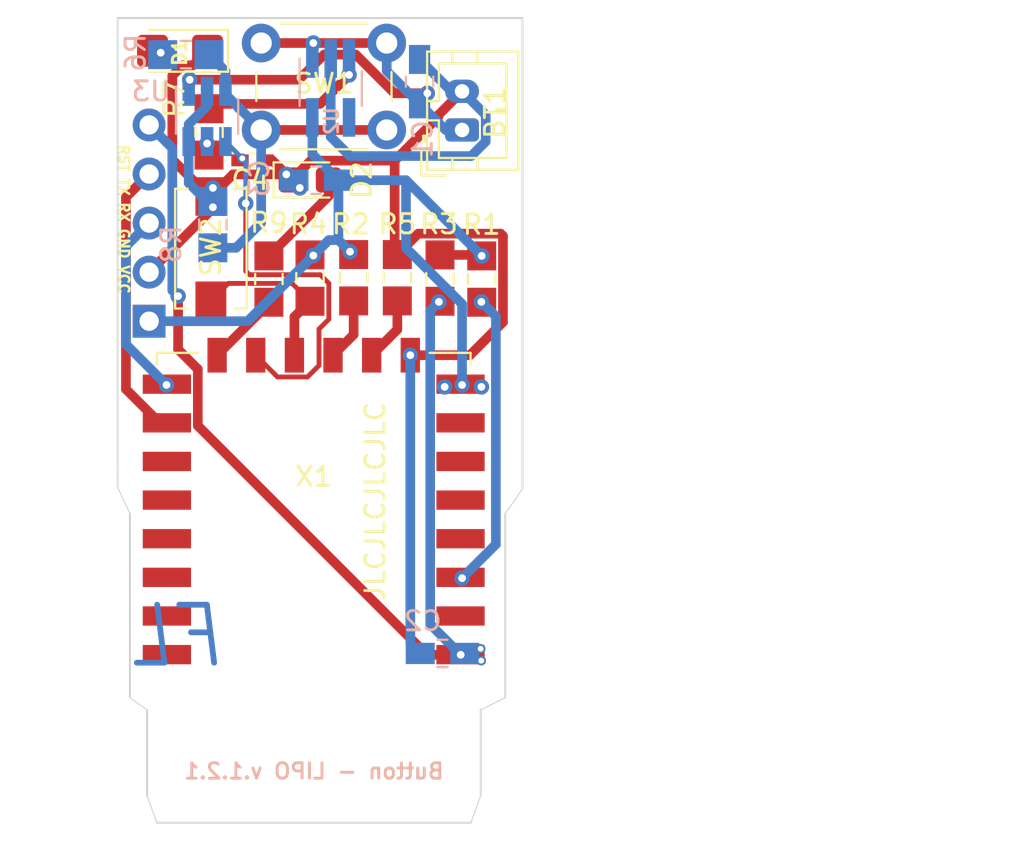
<source format=kicad_pcb>
(kicad_pcb (version 20171130) (host pcbnew "(5.1.9)-1")

  (general
    (thickness 1.6)
    (drawings 22)
    (tracks 166)
    (zones 0)
    (modules 22)
    (nets 18)
  )

  (page A4)
  (layers
    (0 F.Cu signal)
    (31 B.Cu signal)
    (32 B.Adhes user)
    (33 F.Adhes user)
    (34 B.Paste user)
    (35 F.Paste user)
    (36 B.SilkS user)
    (37 F.SilkS user)
    (38 B.Mask user)
    (39 F.Mask user)
    (40 Dwgs.User user)
    (41 Cmts.User user)
    (42 Eco1.User user)
    (43 Eco2.User user)
    (44 Edge.Cuts user)
    (45 Margin user)
    (46 B.CrtYd user hide)
    (47 F.CrtYd user)
    (48 B.Fab user hide)
    (49 F.Fab user)
  )

  (setup
    (last_trace_width 0.25)
    (user_trace_width 0.5)
    (trace_clearance 0.1)
    (zone_clearance 0.508)
    (zone_45_only no)
    (trace_min 0.2)
    (via_size 0.8)
    (via_drill 0.4)
    (via_min_size 0.4)
    (via_min_drill 0.3)
    (user_via 0.5 0.3)
    (uvia_size 0.3)
    (uvia_drill 0.1)
    (uvias_allowed no)
    (uvia_min_size 0.2)
    (uvia_min_drill 0.1)
    (edge_width 0.05)
    (segment_width 0.2)
    (pcb_text_width 0.3)
    (pcb_text_size 1.5 1.5)
    (mod_edge_width 0.12)
    (mod_text_size 1 1)
    (mod_text_width 0.15)
    (pad_size 1.524 1.524)
    (pad_drill 0.762)
    (pad_to_mask_clearance 0.051)
    (solder_mask_min_width 0.25)
    (aux_axis_origin 0 0)
    (visible_elements 7FFFFFFF)
    (pcbplotparams
      (layerselection 0x010fc_ffffffff)
      (usegerberextensions false)
      (usegerberattributes false)
      (usegerberadvancedattributes true)
      (creategerberjobfile false)
      (excludeedgelayer true)
      (linewidth 0.150000)
      (plotframeref false)
      (viasonmask false)
      (mode 1)
      (useauxorigin true)
      (hpglpennumber 1)
      (hpglpenspeed 20)
      (hpglpendiameter 15.000000)
      (psnegative false)
      (psa4output false)
      (plotreference true)
      (plotvalue true)
      (plotinvisibletext false)
      (padsonsilk false)
      (subtractmaskfromsilk false)
      (outputformat 1)
      (mirror false)
      (drillshape 0)
      (scaleselection 1)
      (outputdirectory "Gerber/"))
  )

  (net 0 "")
  (net 1 /VCC)
  (net 2 /GND)
  (net 3 /RST)
  (net 4 /RX)
  (net 5 /TX)
  (net 6 /EN)
  (net 7 /GPIO2)
  (net 8 /GPIO0)
  (net 9 "Net-(BT1-Pad1)")
  (net 10 /GPIO15)
  (net 11 "Net-(R7-Pad2)")
  (net 12 /GPIO4)
  (net 13 "Net-(D2-Pad2)")
  (net 14 /GPIO5)
  (net 15 "Net-(D1-Pad2)")
  (net 16 "Net-(R6-Pad2)")
  (net 17 "Net-(R7-Pad1)")

  (net_class Default "This is the default net class."
    (clearance 0.1)
    (trace_width 0.25)
    (via_dia 0.8)
    (via_drill 0.4)
    (uvia_dia 0.3)
    (uvia_drill 0.1)
    (add_net /EN)
    (add_net /GND)
    (add_net /GPIO0)
    (add_net /GPIO15)
    (add_net /GPIO2)
    (add_net /GPIO4)
    (add_net /GPIO5)
    (add_net /RST)
    (add_net /RX)
    (add_net /TX)
    (add_net /VCC)
    (add_net "Net-(BT1-Pad1)")
    (add_net "Net-(D1-Pad2)")
    (add_net "Net-(D2-Pad2)")
    (add_net "Net-(R6-Pad2)")
    (add_net "Net-(R7-Pad1)")
    (add_net "Net-(R7-Pad2)")
  )

  (module Capacitor_SMD:C_0402_1005Metric_Pad0.74x0.62mm_HandSolder (layer F.Cu) (tedit 60342830) (tstamp 6034871F)
    (at 122.555 68.072)
    (descr "Capacitor SMD 0402 (1005 Metric), square (rectangular) end terminal, IPC_7351 nominal with elongated pad for handsoldering. (Body size source: IPC-SM-782 page 76, https://www.pcb-3d.com/wordpress/wp-content/uploads/ipc-sm-782a_amendment_1_and_2.pdf), generated with kicad-footprint-generator")
    (tags "capacitor handsolder")
    (path /6039298F)
    (attr smd)
    (fp_text reference C4 (at -0.127 1.016) (layer F.SilkS)
      (effects (font (size 1 1) (thickness 0.15)))
    )
    (fp_text value 10nf-100nf (at 0 1.16) (layer F.Fab)
      (effects (font (size 1 1) (thickness 0.15)))
    )
    (fp_line (start 1.08 0.46) (end -1.08 0.46) (layer F.CrtYd) (width 0.05))
    (fp_line (start 1.08 -0.46) (end 1.08 0.46) (layer F.CrtYd) (width 0.05))
    (fp_line (start -1.08 -0.46) (end 1.08 -0.46) (layer F.CrtYd) (width 0.05))
    (fp_line (start -1.08 0.46) (end -1.08 -0.46) (layer F.CrtYd) (width 0.05))
    (fp_line (start -0.115835 0.36) (end 0.115835 0.36) (layer F.SilkS) (width 0.12))
    (fp_line (start -0.115835 -0.36) (end 0.115835 -0.36) (layer F.SilkS) (width 0.12))
    (fp_line (start 0.5 0.25) (end -0.5 0.25) (layer F.Fab) (width 0.1))
    (fp_line (start 0.5 -0.25) (end 0.5 0.25) (layer F.Fab) (width 0.1))
    (fp_line (start -0.5 -0.25) (end 0.5 -0.25) (layer F.Fab) (width 0.1))
    (fp_line (start -0.5 0.25) (end -0.5 -0.25) (layer F.Fab) (width 0.1))
    (fp_text user %R (at 0 0) (layer F.Fab)
      (effects (font (size 0.25 0.25) (thickness 0.04)))
    )
    (pad 2 smd rect (at 0.65 0) (size 0.9 0.62) (layers F.Cu F.Paste F.Mask)
      (net 2 /GND))
    (pad 1 smd rect (at -0.65 0) (size 0.9 0.62) (layers F.Cu F.Paste F.Mask)
      (net 12 /GPIO4))
    (model ${KISYS3DMOD}/Capacitor_SMD.3dshapes/C_0402_1005Metric.wrl
      (at (xyz 0 0 0))
      (scale (xyz 1 1 1))
      (rotate (xyz 0 0 0))
    )
  )

  (module RF_Module:ESP-12E (layer F.Cu) (tedit 60342238) (tstamp 603269A6)
    (at 125.72 90.16 180)
    (descr "Wi-Fi Module, http://wiki.ai-thinker.com/_media/esp8266/docs/aithinker_esp_12f_datasheet_en.pdf")
    (tags "Wi-Fi Module")
    (path /602C0443)
    (attr smd)
    (fp_text reference X1 (at 0 5.715 180) (layer F.SilkS)
      (effects (font (size 1 1) (thickness 0.15)))
    )
    (fp_text value ESP-12E (at -0.06 -12.78 180) (layer F.Fab)
      (effects (font (size 1 1) (thickness 0.15)))
    )
    (fp_line (start -8 -12) (end 8 -12) (layer F.Fab) (width 0.12))
    (fp_line (start 8 -12) (end 8 12) (layer F.Fab) (width 0.12))
    (fp_line (start 8 12) (end -8 12) (layer F.Fab) (width 0.12))
    (fp_line (start -8 12) (end -8 -3) (layer F.Fab) (width 0.12))
    (fp_line (start -8 -3) (end -7.5 -3.5) (layer F.Fab) (width 0.12))
    (fp_line (start -7.5 -3.5) (end -8 -4) (layer F.Fab) (width 0.12))
    (fp_line (start -8 -4) (end -8 -12) (layer F.Fab) (width 0.12))
    (fp_line (start -9.05 -12.2) (end 9.05 -12.2) (layer F.CrtYd) (width 0.05))
    (fp_line (start 9.05 -12.2) (end 9.05 13.1) (layer F.CrtYd) (width 0.05))
    (fp_line (start 9.05 13.1) (end -9.05 13.1) (layer F.CrtYd) (width 0.05))
    (fp_line (start -9.05 13.1) (end -9.05 -12.2) (layer F.CrtYd) (width 0.05))
    (fp_line (start 8.12 11.5) (end 8.12 12.12) (layer F.SilkS) (width 0.12))
    (fp_line (start 8.12 12.12) (end 6 12.12) (layer F.SilkS) (width 0.12))
    (fp_line (start -6 12.12) (end -8.12 12.12) (layer F.SilkS) (width 0.12))
    (fp_line (start -8.12 12.12) (end -8.12 11.5) (layer F.SilkS) (width 0.12))
    (fp_line (start -8.12 -12.12) (end 8.12 -12.12) (layer Dwgs.User) (width 0.12))
    (fp_line (start 8.12 -12.12) (end 8.12 -4.8) (layer Dwgs.User) (width 0.12))
    (fp_line (start 8.12 -4.8) (end -8.12 -4.8) (layer Dwgs.User) (width 0.12))
    (fp_line (start -8.12 -4.8) (end -8.12 -12.12) (layer Dwgs.User) (width 0.12))
    (fp_line (start -8.12 -9.12) (end -5.12 -12.12) (layer Dwgs.User) (width 0.12))
    (fp_line (start -8.12 -6.12) (end -2.12 -12.12) (layer Dwgs.User) (width 0.12))
    (fp_line (start -6.44 -4.8) (end 0.88 -12.12) (layer Dwgs.User) (width 0.12))
    (fp_line (start -3.44 -4.8) (end 3.88 -12.12) (layer Dwgs.User) (width 0.12))
    (fp_line (start -0.44 -4.8) (end 6.88 -12.12) (layer Dwgs.User) (width 0.12))
    (fp_line (start 2.56 -4.8) (end 8.12 -10.36) (layer Dwgs.User) (width 0.12))
    (fp_line (start 5.56 -4.8) (end 8.12 -7.36) (layer Dwgs.User) (width 0.12))
    (fp_text user %R (at 0.49 -0.8 180) (layer F.Fab)
      (effects (font (size 1 1) (thickness 0.15)))
    )
    (fp_text user "KEEP-OUT ZONE" (at 0.03 -9.55) (layer Cmts.User)
      (effects (font (size 1 1) (thickness 0.15)))
    )
    (fp_text user Antenna (at -0.06 -7) (layer Cmts.User)
      (effects (font (size 1 1) (thickness 0.15)))
    )
    (pad 22 smd rect (at 7.6 -3.5 180) (size 2.5 1) (layers F.Cu F.Paste F.Mask))
    (pad 21 smd rect (at 7.6 -1.5 180) (size 2.5 1) (layers F.Cu F.Paste F.Mask))
    (pad 20 smd rect (at 7.6 0.5 180) (size 2.5 1) (layers F.Cu F.Paste F.Mask))
    (pad 19 smd rect (at 7.6 2.5 180) (size 2.5 1) (layers F.Cu F.Paste F.Mask))
    (pad 18 smd rect (at 7.6 4.5 180) (size 2.5 1) (layers F.Cu F.Paste F.Mask))
    (pad 17 smd rect (at 7.6 6.5 180) (size 2.5 1) (layers F.Cu F.Paste F.Mask))
    (pad 16 smd rect (at 7.6 8.5 180) (size 2.5 1) (layers F.Cu F.Paste F.Mask)
      (net 5 /TX))
    (pad 15 smd rect (at 7.6 10.5 180) (size 2.5 1) (layers F.Cu F.Paste F.Mask)
      (net 4 /RX))
    (pad 14 smd rect (at 5 12 180) (size 1 1.8) (layers F.Cu F.Paste F.Mask)
      (net 14 /GPIO5))
    (pad 13 smd rect (at 3 12 180) (size 1 1.8) (layers F.Cu F.Paste F.Mask)
      (net 12 /GPIO4))
    (pad 12 smd rect (at 1 12 180) (size 1 1.8) (layers F.Cu F.Paste F.Mask)
      (net 8 /GPIO0))
    (pad 11 smd rect (at -1 12 180) (size 1 1.8) (layers F.Cu F.Paste F.Mask)
      (net 7 /GPIO2))
    (pad 10 smd rect (at -3 12 180) (size 1 1.8) (layers F.Cu F.Paste F.Mask)
      (net 10 /GPIO15))
    (pad 9 smd rect (at -5 12 180) (size 1 1.8) (layers F.Cu F.Paste F.Mask)
      (net 2 /GND))
    (pad 8 smd rect (at -7.6 10.5 180) (size 2.5 1) (layers F.Cu F.Paste F.Mask)
      (net 1 /VCC))
    (pad 7 smd rect (at -7.6 8.5 180) (size 2.5 1) (layers F.Cu F.Paste F.Mask))
    (pad 6 smd rect (at -7.6 6.5 180) (size 2.5 1) (layers F.Cu F.Paste F.Mask))
    (pad 5 smd rect (at -7.6 4.5 180) (size 2.5 1) (layers F.Cu F.Paste F.Mask))
    (pad 4 smd rect (at -7.6 2.5 180) (size 2.5 1) (layers F.Cu F.Paste F.Mask))
    (pad 3 smd rect (at -7.6 0.5 180) (size 2.5 1) (layers F.Cu F.Paste F.Mask)
      (net 6 /EN))
    (pad 2 smd rect (at -7.6 -1.5 180) (size 2.5 1) (layers F.Cu F.Paste F.Mask))
    (pad 1 smd rect (at -7.6 -3.5 180) (size 2.5 1) (layers F.Cu F.Paste F.Mask)
      (net 3 /RST))
    (model ${KISYS3DMOD}/RF_Module.3dshapes/ESP-12E.wrl
      (at (xyz 0 0 0))
      (scale (xyz 1 1 1))
      (rotate (xyz 0 0 0))
    )
  )

  (module handsolder:R_0805_2012handsoldermod (layer B.Cu) (tedit 60004565) (tstamp 603268E1)
    (at 120.5 71.4 90)
    (descr "Resistor SMD 0805 (2012 Metric), square (rectangular) end terminal, IPC_7351 nominal with elongated pad for handsoldering. (Body size source: https://docs.google.com/spreadsheets/d/1BsfQQcO9C6DZCsRaXUlFlo91Tg2WpOkGARC1WS5S8t0/edit?usp=sharing), generated with kicad-footprint-generator")
    (tags "resistor handsolder")
    (path /6031EA78)
    (attr smd)
    (fp_text reference R8 (at -1.02 -2.16 90) (layer B.SilkS)
      (effects (font (size 1 1) (thickness 0.15)) (justify mirror))
    )
    (fp_text value 10k (at 0 -1.65 90) (layer B.Fab) hide
      (effects (font (size 1 1) (thickness 0.15)) (justify mirror))
    )
    (fp_line (start -1 -0.6) (end -1 0.6) (layer B.Fab) (width 0.1))
    (fp_line (start -1 0.6) (end 1 0.6) (layer B.Fab) (width 0.1))
    (fp_line (start 1 0.6) (end 1 -0.6) (layer B.Fab) (width 0.1))
    (fp_line (start 1 -0.6) (end -1 -0.6) (layer B.Fab) (width 0.1))
    (fp_line (start -0.261252 0.71) (end 0.261252 0.71) (layer B.SilkS) (width 0.12))
    (fp_line (start -0.261252 -0.71) (end 0.261252 -0.71) (layer B.SilkS) (width 0.12))
    (fp_line (start -2.05 -0.95) (end -2.05 0.95) (layer B.CrtYd) (width 0.05))
    (fp_line (start -2.05 0.95) (end 2.05 0.95) (layer B.CrtYd) (width 0.05))
    (fp_line (start 2.05 0.95) (end 2.05 -0.95) (layer B.CrtYd) (width 0.05))
    (fp_line (start 2.05 -0.95) (end -2.05 -0.95) (layer B.CrtYd) (width 0.05))
    (fp_text user %R (at 0 0 90) (layer B.Fab)
      (effects (font (size 0.5 0.5) (thickness 0.08)) (justify mirror))
    )
    (pad 2 smd rect (at 1.2 0 90) (size 1.5 1.5) (layers B.Cu B.Paste B.Mask)
      (net 2 /GND))
    (pad 1 smd rect (at -1.2 0 90) (size 1.5 1.5) (layers B.Cu B.Paste B.Mask)
      (net 16 "Net-(R6-Pad2)"))
    (model ${KISYS3DMOD}/Resistor_SMD.3dshapes/R_0805_2012Metric.wrl
      (at (xyz 0 0 0))
      (scale (xyz 1 1 1))
      (rotate (xyz 0 0 0))
    )
  )

  (module Connector_PinHeader_2.54mm:PinHeader_1x05_P2.54mm_Vertical (layer F.Cu) (tedit 6033FCFB) (tstamp 60326824)
    (at 117.2 76.4 180)
    (descr "Through hole straight pin header, 1x05, 2.54mm pitch, single row")
    (tags "Through hole pin header THT 1x05 2.54mm single row")
    (path /60301345)
    (fp_text reference J1 (at -2.6162 -0.9652 180) (layer F.SilkS) hide
      (effects (font (size 1 1) (thickness 0.15)))
    )
    (fp_text value Conn_01x05_Female (at 0 12.49 180) (layer F.Fab)
      (effects (font (size 1 1) (thickness 0.15)))
    )
    (fp_line (start -0.635 -1.27) (end 1.27 -1.27) (layer F.Fab) (width 0.1))
    (fp_line (start 1.27 -1.27) (end 1.27 11.43) (layer F.Fab) (width 0.1))
    (fp_line (start 1.27 11.43) (end -1.27 11.43) (layer F.Fab) (width 0.1))
    (fp_line (start -1.27 11.43) (end -1.27 -0.635) (layer F.Fab) (width 0.1))
    (fp_line (start -1.27 -0.635) (end -0.635 -1.27) (layer F.Fab) (width 0.1))
    (fp_line (start -1.8 -1.8) (end -1.8 11.95) (layer F.CrtYd) (width 0.05))
    (fp_line (start -1.8 11.95) (end 1.8 11.95) (layer F.CrtYd) (width 0.05))
    (fp_line (start 1.8 11.95) (end 1.8 -1.8) (layer F.CrtYd) (width 0.05))
    (fp_line (start 1.8 -1.8) (end -1.8 -1.8) (layer F.CrtYd) (width 0.05))
    (fp_text user %R (at 0 5.08 270) (layer F.Fab)
      (effects (font (size 1 1) (thickness 0.15)))
    )
    (pad 5 thru_hole oval (at 0 10.16 180) (size 1.7 1.7) (drill 1) (layers *.Cu *.Mask)
      (net 3 /RST))
    (pad 4 thru_hole oval (at 0 7.62 180) (size 1.7 1.7) (drill 1) (layers *.Cu *.Mask)
      (net 5 /TX))
    (pad 3 thru_hole oval (at 0 5.08 180) (size 1.7 1.7) (drill 1) (layers *.Cu *.Mask)
      (net 4 /RX))
    (pad 2 thru_hole oval (at 0 2.54 180) (size 1.7 1.7) (drill 1) (layers *.Cu *.Mask)
      (net 2 /GND))
    (pad 1 thru_hole rect (at 0 0 180) (size 1.7 1.7) (drill 1) (layers *.Cu *.Mask)
      (net 1 /VCC))
    (model ${KISYS3DMOD}/Connector_PinHeader_2.54mm.3dshapes/PinHeader_1x05_P2.54mm_Vertical.wrl
      (at (xyz 0 0 0))
      (scale (xyz 1 1 1))
      (rotate (xyz 0 0 0))
    )
  )

  (module Connector_JST:JST_PH_B2B-PH-K_1x02_P2.00mm_Vertical (layer F.Cu) (tedit 5B7745C2) (tstamp 60326788)
    (at 133.4 66.5 90)
    (descr "JST PH series connector, B2B-PH-K (http://www.jst-mfg.com/product/pdf/eng/ePH.pdf), generated with kicad-footprint-generator")
    (tags "connector JST PH side entry")
    (path /602C3B33)
    (fp_text reference BT1 (at 0.9 1.7 -90) (layer F.SilkS)
      (effects (font (size 1 1) (thickness 0.15)))
    )
    (fp_text value Battery_Cell (at 1 4 -90) (layer F.Fab)
      (effects (font (size 1 1) (thickness 0.15)))
    )
    (fp_line (start -2.06 -1.81) (end -2.06 2.91) (layer F.SilkS) (width 0.12))
    (fp_line (start -2.06 2.91) (end 4.06 2.91) (layer F.SilkS) (width 0.12))
    (fp_line (start 4.06 2.91) (end 4.06 -1.81) (layer F.SilkS) (width 0.12))
    (fp_line (start 4.06 -1.81) (end -2.06 -1.81) (layer F.SilkS) (width 0.12))
    (fp_line (start -0.3 -1.81) (end -0.3 -2.01) (layer F.SilkS) (width 0.12))
    (fp_line (start -0.3 -2.01) (end -0.6 -2.01) (layer F.SilkS) (width 0.12))
    (fp_line (start -0.6 -2.01) (end -0.6 -1.81) (layer F.SilkS) (width 0.12))
    (fp_line (start -0.3 -1.91) (end -0.6 -1.91) (layer F.SilkS) (width 0.12))
    (fp_line (start 0.5 -1.81) (end 0.5 -1.2) (layer F.SilkS) (width 0.12))
    (fp_line (start 0.5 -1.2) (end -1.45 -1.2) (layer F.SilkS) (width 0.12))
    (fp_line (start -1.45 -1.2) (end -1.45 2.3) (layer F.SilkS) (width 0.12))
    (fp_line (start -1.45 2.3) (end 3.45 2.3) (layer F.SilkS) (width 0.12))
    (fp_line (start 3.45 2.3) (end 3.45 -1.2) (layer F.SilkS) (width 0.12))
    (fp_line (start 3.45 -1.2) (end 1.5 -1.2) (layer F.SilkS) (width 0.12))
    (fp_line (start 1.5 -1.2) (end 1.5 -1.81) (layer F.SilkS) (width 0.12))
    (fp_line (start -2.06 -0.5) (end -1.45 -0.5) (layer F.SilkS) (width 0.12))
    (fp_line (start -2.06 0.8) (end -1.45 0.8) (layer F.SilkS) (width 0.12))
    (fp_line (start 4.06 -0.5) (end 3.45 -0.5) (layer F.SilkS) (width 0.12))
    (fp_line (start 4.06 0.8) (end 3.45 0.8) (layer F.SilkS) (width 0.12))
    (fp_line (start 0.9 2.3) (end 0.9 1.8) (layer F.SilkS) (width 0.12))
    (fp_line (start 0.9 1.8) (end 1.1 1.8) (layer F.SilkS) (width 0.12))
    (fp_line (start 1.1 1.8) (end 1.1 2.3) (layer F.SilkS) (width 0.12))
    (fp_line (start 1 2.3) (end 1 1.8) (layer F.SilkS) (width 0.12))
    (fp_line (start -1.11 -2.11) (end -2.36 -2.11) (layer F.SilkS) (width 0.12))
    (fp_line (start -2.36 -2.11) (end -2.36 -0.86) (layer F.SilkS) (width 0.12))
    (fp_line (start -1.11 -2.11) (end -2.36 -2.11) (layer F.Fab) (width 0.1))
    (fp_line (start -2.36 -2.11) (end -2.36 -0.86) (layer F.Fab) (width 0.1))
    (fp_line (start -1.95 -1.7) (end -1.95 2.8) (layer F.Fab) (width 0.1))
    (fp_line (start -1.95 2.8) (end 3.95 2.8) (layer F.Fab) (width 0.1))
    (fp_line (start 3.95 2.8) (end 3.95 -1.7) (layer F.Fab) (width 0.1))
    (fp_line (start 3.95 -1.7) (end -1.95 -1.7) (layer F.Fab) (width 0.1))
    (fp_line (start -2.45 -2.2) (end -2.45 3.3) (layer F.CrtYd) (width 0.05))
    (fp_line (start -2.45 3.3) (end 4.45 3.3) (layer F.CrtYd) (width 0.05))
    (fp_line (start 4.45 3.3) (end 4.45 -2.2) (layer F.CrtYd) (width 0.05))
    (fp_line (start 4.45 -2.2) (end -2.45 -2.2) (layer F.CrtYd) (width 0.05))
    (fp_text user %R (at 1 1.5 -90) (layer F.Fab)
      (effects (font (size 1 1) (thickness 0.15)))
    )
    (pad 2 thru_hole oval (at 2 0 90) (size 1.2 1.75) (drill 0.75) (layers *.Cu *.Mask)
      (net 2 /GND))
    (pad 1 thru_hole roundrect (at 0 0 90) (size 1.2 1.75) (drill 0.75) (layers *.Cu *.Mask) (roundrect_rratio 0.208333)
      (net 9 "Net-(BT1-Pad1)"))
    (model ${KISYS3DMOD}/Connector_JST.3dshapes/JST_PH_B2B-PH-K_1x02_P2.00mm_Vertical.wrl
      (at (xyz 0 0 0))
      (scale (xyz 1 1 1))
      (rotate (xyz 0 0 0))
    )
  )

  (module Button_Switch_THT:SW_PUSH_6mm (layer F.Cu) (tedit 5A02FE31) (tstamp 60326911)
    (at 123 62)
    (descr https://www.omron.com/ecb/products/pdf/en-b3f.pdf)
    (tags "tact sw push 6mm")
    (path /602CFCB7)
    (fp_text reference SW1 (at 3.25 2.1) (layer F.SilkS)
      (effects (font (size 1 1) (thickness 0.15)))
    )
    (fp_text value SW_Push (at 3.75 6.7) (layer F.Fab)
      (effects (font (size 1 1) (thickness 0.15)))
    )
    (fp_line (start 3.25 -0.75) (end 6.25 -0.75) (layer F.Fab) (width 0.1))
    (fp_line (start 6.25 -0.75) (end 6.25 5.25) (layer F.Fab) (width 0.1))
    (fp_line (start 6.25 5.25) (end 0.25 5.25) (layer F.Fab) (width 0.1))
    (fp_line (start 0.25 5.25) (end 0.25 -0.75) (layer F.Fab) (width 0.1))
    (fp_line (start 0.25 -0.75) (end 3.25 -0.75) (layer F.Fab) (width 0.1))
    (fp_line (start 7.75 6) (end 8 6) (layer F.CrtYd) (width 0.05))
    (fp_line (start 8 6) (end 8 5.75) (layer F.CrtYd) (width 0.05))
    (fp_line (start 7.75 -1.5) (end 8 -1.5) (layer F.CrtYd) (width 0.05))
    (fp_line (start 8 -1.5) (end 8 -1.25) (layer F.CrtYd) (width 0.05))
    (fp_line (start -1.5 -1.25) (end -1.5 -1.5) (layer F.CrtYd) (width 0.05))
    (fp_line (start -1.5 -1.5) (end -1.25 -1.5) (layer F.CrtYd) (width 0.05))
    (fp_line (start -1.5 5.75) (end -1.5 6) (layer F.CrtYd) (width 0.05))
    (fp_line (start -1.5 6) (end -1.25 6) (layer F.CrtYd) (width 0.05))
    (fp_line (start -1.25 -1.5) (end 7.75 -1.5) (layer F.CrtYd) (width 0.05))
    (fp_line (start -1.5 5.75) (end -1.5 -1.25) (layer F.CrtYd) (width 0.05))
    (fp_line (start 7.75 6) (end -1.25 6) (layer F.CrtYd) (width 0.05))
    (fp_line (start 8 -1.25) (end 8 5.75) (layer F.CrtYd) (width 0.05))
    (fp_line (start 1 5.5) (end 5.5 5.5) (layer F.SilkS) (width 0.12))
    (fp_line (start -0.25 1.5) (end -0.25 3) (layer F.SilkS) (width 0.12))
    (fp_line (start 5.5 -1) (end 1 -1) (layer F.SilkS) (width 0.12))
    (fp_line (start 6.75 3) (end 6.75 1.5) (layer F.SilkS) (width 0.12))
    (fp_circle (center 3.25 2.25) (end 1.25 2.5) (layer F.Fab) (width 0.1))
    (fp_text user %R (at 3.25 2.25) (layer F.Fab)
      (effects (font (size 1 1) (thickness 0.15)))
    )
    (pad 1 thru_hole circle (at 6.5 0 90) (size 2 2) (drill 1.1) (layers *.Cu *.Mask)
      (net 9 "Net-(BT1-Pad1)"))
    (pad 2 thru_hole circle (at 6.5 4.5 90) (size 2 2) (drill 1.1) (layers *.Cu *.Mask)
      (net 16 "Net-(R6-Pad2)"))
    (pad 1 thru_hole circle (at 0 0 90) (size 2 2) (drill 1.1) (layers *.Cu *.Mask)
      (net 9 "Net-(BT1-Pad1)"))
    (pad 2 thru_hole circle (at 0 4.5 90) (size 2 2) (drill 1.1) (layers *.Cu *.Mask)
      (net 16 "Net-(R6-Pad2)"))
    (model ${KISYS3DMOD}/Button_Switch_THT.3dshapes/SW_PUSH_6mm.wrl
      (at (xyz 0 0 0))
      (scale (xyz 1 1 1))
      (rotate (xyz 0 0 0))
    )
  )

  (module handsolder:C_0805_2012handsodermod (layer B.Cu) (tedit 60326176) (tstamp 603267C3)
    (at 131.2 64 270)
    (descr "Capacitor SMD 0805 (2012 Metric), square (rectangular) end terminal, IPC_7351 nominal with elongated pad for handsoldering. (Body size source: https://docs.google.com/spreadsheets/d/1BsfQQcO9C6DZCsRaXUlFlo91Tg2WpOkGARC1WS5S8t0/edit?usp=sharing), generated with kicad-footprint-generator")
    (tags "capacitor handsolder")
    (path /602D0C1F)
    (attr smd)
    (fp_text reference C1 (at 2.9718 -0.1524 270) (layer B.SilkS)
      (effects (font (size 1 1) (thickness 0.15)) (justify mirror))
    )
    (fp_text value 10uF (at 0 -1.65 270) (layer B.Fab) hide
      (effects (font (size 1 1) (thickness 0.15)) (justify mirror))
    )
    (fp_line (start -1 -0.6) (end -1 0.6) (layer B.Fab) (width 0.1))
    (fp_line (start -1 0.6) (end 1 0.6) (layer B.Fab) (width 0.1))
    (fp_line (start 1 0.6) (end 1 -0.6) (layer B.Fab) (width 0.1))
    (fp_line (start 1 -0.6) (end -1 -0.6) (layer B.Fab) (width 0.1))
    (fp_line (start -0.261252 0.71) (end 0.261252 0.71) (layer B.SilkS) (width 0.12))
    (fp_line (start -0.261252 -0.71) (end 0.261252 -0.71) (layer B.SilkS) (width 0.12))
    (fp_line (start -2 -0.85) (end -2 0.85) (layer B.CrtYd) (width 0.05))
    (fp_line (start -2 0.85) (end 2.05 0.85) (layer B.CrtYd) (width 0.05))
    (fp_line (start 2.05 0.85) (end 2.05 -0.85) (layer B.CrtYd) (width 0.05))
    (fp_line (start 2.05 -0.85) (end -2 -0.85) (layer B.CrtYd) (width 0.05))
    (fp_text user %R (at 0 0 270) (layer B.Fab)
      (effects (font (size 0.5 0.5) (thickness 0.08)) (justify mirror))
    )
    (pad 2 smd rect (at 1.15 0 270) (size 1.5 1.1) (layers B.Cu B.Paste B.Mask)
      (net 9 "Net-(BT1-Pad1)"))
    (pad 1 smd rect (at -1.15 0 270) (size 1.5 1.1) (layers B.Cu B.Paste B.Mask)
      (net 2 /GND))
    (model ${KISYS3DMOD}/Capacitor_SMD.3dshapes/C_0805_2012Metric.wrl
      (at (xyz 0 0 0))
      (scale (xyz 1 1 1))
      (rotate (xyz 0 0 0))
    )
  )

  (module handsolder:SOT-23-6handsoldering (layer B.Cu) (tedit 600C9A10) (tstamp 6032696B)
    (at 120.2 65.8 270)
    (descr "6-pin SOT-23 package")
    (tags SOT-23-6)
    (path /6031B6A7)
    (attr smd)
    (fp_text reference U3 (at -1.3 2.9) (layer B.SilkS)
      (effects (font (size 1 1) (thickness 0.15)) (justify mirror))
    )
    (fp_text value TPL5111 (at 0 -2.9 90) (layer B.Fab)
      (effects (font (size 1 1) (thickness 0.15)) (justify mirror))
    )
    (fp_line (start -0.9 -1.61) (end 0.9 -1.61) (layer B.SilkS) (width 0.12))
    (fp_line (start 0.9 1.61) (end -1.55 1.61) (layer B.SilkS) (width 0.12))
    (fp_line (start 1.9 1.8) (end -1.9 1.8) (layer B.CrtYd) (width 0.05))
    (fp_line (start 1.9 -1.8) (end 1.9 1.8) (layer B.CrtYd) (width 0.05))
    (fp_line (start -1.9 -1.8) (end 1.9 -1.8) (layer B.CrtYd) (width 0.05))
    (fp_line (start -1.9 1.8) (end -1.9 -1.8) (layer B.CrtYd) (width 0.05))
    (fp_line (start -0.9 0.9) (end -0.25 1.55) (layer B.Fab) (width 0.1))
    (fp_line (start 0.9 1.55) (end -0.25 1.55) (layer B.Fab) (width 0.1))
    (fp_line (start -0.9 0.9) (end -0.9 -1.55) (layer B.Fab) (width 0.1))
    (fp_line (start 0.9 -1.55) (end -0.9 -1.55) (layer B.Fab) (width 0.1))
    (fp_line (start 0.9 1.55) (end 0.9 -1.55) (layer B.Fab) (width 0.1))
    (fp_text user %R (at 0 0) (layer B.Fab)
      (effects (font (size 0.5 0.5) (thickness 0.075)) (justify mirror))
    )
    (pad 5 smd rect (at 1.3 0 270) (size 1.5 0.65) (layers B.Cu B.Paste B.Mask)
      (net 11 "Net-(R7-Pad2)"))
    (pad 6 smd rect (at 1.3 0.95 270) (size 1.5 0.65) (layers B.Cu B.Paste B.Mask)
      (net 2 /GND))
    (pad 4 smd rect (at 1.3 -0.95 270) (size 1.5 0.65) (layers B.Cu B.Paste B.Mask)
      (net 12 /GPIO4))
    (pad 3 smd rect (at -1.3 -0.95 270) (size 1.5 0.65) (layers B.Cu B.Paste B.Mask)
      (net 16 "Net-(R6-Pad2)"))
    (pad 2 smd rect (at -1.3 0 270) (size 1.5 0.65) (layers B.Cu B.Paste B.Mask)
      (net 2 /GND))
    (pad 1 smd rect (at -1.3 0.95 270) (size 1.5 0.65) (layers B.Cu B.Paste B.Mask)
      (net 9 "Net-(BT1-Pad1)"))
    (model ${KISYS3DMOD}/Package_TO_SOT_SMD.3dshapes/SOT-23-6.wrl
      (at (xyz 0 0 0))
      (scale (xyz 1 1 1))
      (rotate (xyz 0 0 0))
    )
  )

  (module handsolder:SOT-23-5_HandSolderingmod (layer B.Cu) (tedit 60023824) (tstamp 60326955)
    (at 126.6 64.35 270)
    (descr "5-pin SOT23 package")
    (tags "SOT-23-5 hand-soldering")
    (path /602F5FBE)
    (attr smd)
    (fp_text reference U2 (at 1.69164 -0.04064 270) (layer B.SilkS)
      (effects (font (size 0.7 0.7) (thickness 0.15)) (justify mirror))
    )
    (fp_text value AP2112K-3.3 (at 7.62 -1.27 270) (layer B.SilkS) hide
      (effects (font (size 1 1) (thickness 0.15)) (justify mirror))
    )
    (fp_line (start -0.9 -1.61) (end 0.9 -1.61) (layer B.SilkS) (width 0.12))
    (fp_line (start 0.9 1.61) (end -1.55 1.61) (layer B.SilkS) (width 0.12))
    (fp_line (start -0.9 0.9) (end -0.25 1.55) (layer B.Fab) (width 0.1))
    (fp_line (start 0.9 1.55) (end -0.25 1.55) (layer B.Fab) (width 0.1))
    (fp_line (start -0.9 0.9) (end -0.9 -1.55) (layer B.Fab) (width 0.1))
    (fp_line (start 0.9 -1.55) (end -0.9 -1.55) (layer B.Fab) (width 0.1))
    (fp_line (start 0.9 1.55) (end 0.9 -1.55) (layer B.Fab) (width 0.1))
    (fp_line (start -2.38 1.8) (end 2.38 1.8) (layer B.CrtYd) (width 0.05))
    (fp_line (start -2.38 1.8) (end -2.38 -1.8) (layer B.CrtYd) (width 0.05))
    (fp_line (start 2.38 -1.8) (end 2.38 1.8) (layer B.CrtYd) (width 0.05))
    (fp_line (start 2.38 -1.8) (end -2.38 -1.8) (layer B.CrtYd) (width 0.05))
    (fp_text user %R (at 0 0) (layer B.Fab)
      (effects (font (size 0.5 0.5) (thickness 0.075)) (justify mirror))
    )
    (pad 5 smd rect (at 1.5 0.95 270) (size 2 0.65) (layers B.Cu B.Paste B.Mask)
      (net 1 /VCC))
    (pad 4 smd rect (at 1.5 -0.95 270) (size 2 0.65) (layers B.Cu B.Paste B.Mask))
    (pad 3 smd rect (at -1.55 -0.95 270) (size 2 0.65) (layers B.Cu B.Paste B.Mask)
      (net 17 "Net-(R7-Pad1)"))
    (pad 2 smd trapezoid (at -1.55 0 270) (size 2 0.65) (layers B.Cu B.Paste B.Mask)
      (net 2 /GND))
    (pad 1 smd rect (at -1.55 0.95 270) (size 2 0.65) (layers B.Cu B.Paste B.Mask)
      (net 9 "Net-(BT1-Pad1)"))
    (model ${KISYS3DMOD}/Package_TO_SOT_SMD.3dshapes/SOT-23-5.wrl
      (at (xyz 0 0 0))
      (scale (xyz 1 1 1))
      (rotate (xyz 0 0 0))
    )
  )

  (module Button_Switch_SMD:SW_SPST_EVQPE1 (layer F.Cu) (tedit 5A02FC95) (tstamp 6032692A)
    (at 120.396 72.644 90)
    (descr "Light Touch Switch, https://industrial.panasonic.com/cdbs/www-data/pdf/ATK0000/ATK0000CE7.pdf")
    (path /602CDBD4)
    (attr smd)
    (fp_text reference SW2 (at 0.0762 0 90) (layer F.SilkS)
      (effects (font (size 1 1) (thickness 0.15)))
    )
    (fp_text value SW_Push (at 0 3 90) (layer F.Fab)
      (effects (font (size 1 1) (thickness 0.15)))
    )
    (fp_line (start 3 -1.75) (end 3 1.75) (layer F.Fab) (width 0.1))
    (fp_line (start 3 1.75) (end -3 1.75) (layer F.Fab) (width 0.1))
    (fp_line (start -3 1.75) (end -3 -1.75) (layer F.Fab) (width 0.1))
    (fp_line (start -3 -1.75) (end 3 -1.75) (layer F.Fab) (width 0.1))
    (fp_line (start -1.4 -0.7) (end 1.4 -0.7) (layer F.Fab) (width 0.1))
    (fp_line (start 1.4 -0.7) (end 1.4 0.7) (layer F.Fab) (width 0.1))
    (fp_line (start 1.4 0.7) (end -1.4 0.7) (layer F.Fab) (width 0.1))
    (fp_line (start -1.4 0.7) (end -1.4 -0.7) (layer F.Fab) (width 0.1))
    (fp_line (start -3.95 -2) (end 3.95 -2) (layer F.CrtYd) (width 0.05))
    (fp_line (start 3.95 -2) (end 3.95 2) (layer F.CrtYd) (width 0.05))
    (fp_line (start 3.95 2) (end -3.95 2) (layer F.CrtYd) (width 0.05))
    (fp_line (start -3.95 2) (end -3.95 -2) (layer F.CrtYd) (width 0.05))
    (fp_line (start 3.1 -1.85) (end 3.1 -1.2) (layer F.SilkS) (width 0.12))
    (fp_line (start 3.1 1.85) (end 3.1 1.2) (layer F.SilkS) (width 0.12))
    (fp_line (start -3.1 1.2) (end -3.1 1.85) (layer F.SilkS) (width 0.12))
    (fp_line (start -3.1 -1.85) (end -3.1 -1.2) (layer F.SilkS) (width 0.12))
    (fp_line (start 3.1 -1.85) (end -3.1 -1.85) (layer F.SilkS) (width 0.12))
    (fp_line (start -3.1 1.85) (end 3.1 1.85) (layer F.SilkS) (width 0.12))
    (fp_text user %R (at 0 -2.65 90) (layer F.Fab)
      (effects (font (size 1 1) (thickness 0.15)))
    )
    (pad 1 smd rect (at -2.7 0 90) (size 2 1.6) (layers F.Cu F.Paste F.Mask)
      (net 8 /GPIO0))
    (pad 2 smd rect (at 2.7 0 90) (size 2 1.6) (layers F.Cu F.Paste F.Mask)
      (net 2 /GND))
    (model ${KISYS3DMOD}/Button_Switch_SMD.3dshapes/SW_SPST_EVQPE1.wrl
      (at (xyz 0 0 0))
      (scale (xyz 1 1 1))
      (rotate (xyz 0 0 0))
    )
  )

  (module handsolder:R_0805_2012handsoldermod (layer F.Cu) (tedit 60004565) (tstamp 603268F2)
    (at 123.4 74.2188 270)
    (descr "Resistor SMD 0805 (2012 Metric), square (rectangular) end terminal, IPC_7351 nominal with elongated pad for handsoldering. (Body size source: https://docs.google.com/spreadsheets/d/1BsfQQcO9C6DZCsRaXUlFlo91Tg2WpOkGARC1WS5S8t0/edit?usp=sharing), generated with kicad-footprint-generator")
    (tags "resistor handsolder")
    (path /60325E7B)
    (attr smd)
    (fp_text reference R9 (at -2.921 0) (layer F.SilkS)
      (effects (font (size 1 1) (thickness 0.15)))
    )
    (fp_text value 1k (at 0 1.65 270) (layer F.Fab) hide
      (effects (font (size 1 1) (thickness 0.15)))
    )
    (fp_line (start -1 0.6) (end -1 -0.6) (layer F.Fab) (width 0.1))
    (fp_line (start -1 -0.6) (end 1 -0.6) (layer F.Fab) (width 0.1))
    (fp_line (start 1 -0.6) (end 1 0.6) (layer F.Fab) (width 0.1))
    (fp_line (start 1 0.6) (end -1 0.6) (layer F.Fab) (width 0.1))
    (fp_line (start -0.261252 -0.71) (end 0.261252 -0.71) (layer F.SilkS) (width 0.12))
    (fp_line (start -0.261252 0.71) (end 0.261252 0.71) (layer F.SilkS) (width 0.12))
    (fp_line (start -2.05 0.95) (end -2.05 -0.95) (layer F.CrtYd) (width 0.05))
    (fp_line (start -2.05 -0.95) (end 2.05 -0.95) (layer F.CrtYd) (width 0.05))
    (fp_line (start 2.05 -0.95) (end 2.05 0.95) (layer F.CrtYd) (width 0.05))
    (fp_line (start 2.05 0.95) (end -2.05 0.95) (layer F.CrtYd) (width 0.05))
    (fp_text user %R (at 0 0 270) (layer F.Fab)
      (effects (font (size 0.5 0.5) (thickness 0.08)))
    )
    (pad 2 smd rect (at 1.2 0 270) (size 1.5 1.5) (layers F.Cu F.Paste F.Mask)
      (net 14 /GPIO5))
    (pad 1 smd rect (at -1.2 0 270) (size 1.5 1.5) (layers F.Cu F.Paste F.Mask)
      (net 13 "Net-(D2-Pad2)"))
    (model ${KISYS3DMOD}/Resistor_SMD.3dshapes/R_0805_2012Metric.wrl
      (at (xyz 0 0 0))
      (scale (xyz 1 1 1))
      (rotate (xyz 0 0 0))
    )
  )

  (module handsolder:R_0805_2012handsoldermod (layer F.Cu) (tedit 60004565) (tstamp 603268D0)
    (at 120.3 66.6 270)
    (descr "Resistor SMD 0805 (2012 Metric), square (rectangular) end terminal, IPC_7351 nominal with elongated pad for handsoldering. (Body size source: https://docs.google.com/spreadsheets/d/1BsfQQcO9C6DZCsRaXUlFlo91Tg2WpOkGARC1WS5S8t0/edit?usp=sharing), generated with kicad-footprint-generator")
    (tags "resistor handsolder")
    (path /602F7A06)
    (attr smd)
    (fp_text reference R7 (at -1.7 1.8 270) (layer F.SilkS)
      (effects (font (size 1 1) (thickness 0.15)))
    )
    (fp_text value 10k (at 0 1.65 90) (layer F.Fab) hide
      (effects (font (size 1 1) (thickness 0.15)))
    )
    (fp_line (start -1 0.6) (end -1 -0.6) (layer F.Fab) (width 0.1))
    (fp_line (start -1 -0.6) (end 1 -0.6) (layer F.Fab) (width 0.1))
    (fp_line (start 1 -0.6) (end 1 0.6) (layer F.Fab) (width 0.1))
    (fp_line (start 1 0.6) (end -1 0.6) (layer F.Fab) (width 0.1))
    (fp_line (start -0.261252 -0.71) (end 0.261252 -0.71) (layer F.SilkS) (width 0.12))
    (fp_line (start -0.261252 0.71) (end 0.261252 0.71) (layer F.SilkS) (width 0.12))
    (fp_line (start -2.05 0.95) (end -2.05 -0.95) (layer F.CrtYd) (width 0.05))
    (fp_line (start -2.05 -0.95) (end 2.05 -0.95) (layer F.CrtYd) (width 0.05))
    (fp_line (start 2.05 -0.95) (end 2.05 0.95) (layer F.CrtYd) (width 0.05))
    (fp_line (start 2.05 0.95) (end -2.05 0.95) (layer F.CrtYd) (width 0.05))
    (fp_text user %R (at 0 0 180) (layer F.Fab)
      (effects (font (size 0.5 0.5) (thickness 0.08)))
    )
    (pad 2 smd rect (at 1.2 0 270) (size 1.5 1.5) (layers F.Cu F.Paste F.Mask)
      (net 11 "Net-(R7-Pad2)"))
    (pad 1 smd rect (at -1.2 0 270) (size 1.5 1.5) (layers F.Cu F.Paste F.Mask)
      (net 17 "Net-(R7-Pad1)"))
    (model ${KISYS3DMOD}/Resistor_SMD.3dshapes/R_0805_2012Metric.wrl
      (at (xyz 0 0 0))
      (scale (xyz 1 1 1))
      (rotate (xyz 0 0 0))
    )
  )

  (module handsolder:R_0805_2012handsoldermod (layer B.Cu) (tedit 60004565) (tstamp 603268BF)
    (at 119.1 62.6)
    (descr "Resistor SMD 0805 (2012 Metric), square (rectangular) end terminal, IPC_7351 nominal with elongated pad for handsoldering. (Body size source: https://docs.google.com/spreadsheets/d/1BsfQQcO9C6DZCsRaXUlFlo91Tg2WpOkGARC1WS5S8t0/edit?usp=sharing), generated with kicad-footprint-generator")
    (tags "resistor handsolder")
    (path /602D454A)
    (attr smd)
    (fp_text reference R6 (at -2.6 -0.1 90) (layer B.SilkS)
      (effects (font (size 1 1) (thickness 0.15)) (justify mirror))
    )
    (fp_text value 1k (at 0 -1.65) (layer B.Fab) hide
      (effects (font (size 1 1) (thickness 0.15)) (justify mirror))
    )
    (fp_line (start -1 -0.6) (end -1 0.6) (layer B.Fab) (width 0.1))
    (fp_line (start -1 0.6) (end 1 0.6) (layer B.Fab) (width 0.1))
    (fp_line (start 1 0.6) (end 1 -0.6) (layer B.Fab) (width 0.1))
    (fp_line (start 1 -0.6) (end -1 -0.6) (layer B.Fab) (width 0.1))
    (fp_line (start -0.261252 0.71) (end 0.261252 0.71) (layer B.SilkS) (width 0.12))
    (fp_line (start -0.261252 -0.71) (end 0.261252 -0.71) (layer B.SilkS) (width 0.12))
    (fp_line (start -2.05 -0.95) (end -2.05 0.95) (layer B.CrtYd) (width 0.05))
    (fp_line (start -2.05 0.95) (end 2.05 0.95) (layer B.CrtYd) (width 0.05))
    (fp_line (start 2.05 0.95) (end 2.05 -0.95) (layer B.CrtYd) (width 0.05))
    (fp_line (start 2.05 -0.95) (end -2.05 -0.95) (layer B.CrtYd) (width 0.05))
    (fp_text user %R (at -0.0528 0.0112) (layer B.Fab)
      (effects (font (size 0.5 0.5) (thickness 0.08)) (justify mirror))
    )
    (pad 2 smd rect (at 1.2 0) (size 1.5 1.5) (layers B.Cu B.Paste B.Mask)
      (net 16 "Net-(R6-Pad2)"))
    (pad 1 smd rect (at -1.2 0) (size 1.5 1.5) (layers B.Cu B.Paste B.Mask)
      (net 15 "Net-(D1-Pad2)"))
    (model ${KISYS3DMOD}/Resistor_SMD.3dshapes/R_0805_2012Metric.wrl
      (at (xyz 0 0 0))
      (scale (xyz 1 1 1))
      (rotate (xyz 0 0 0))
    )
  )

  (module handsolder:R_0805_2012handsoldermod (layer F.Cu) (tedit 60004565) (tstamp 603268AE)
    (at 130.048 74.1488 270)
    (descr "Resistor SMD 0805 (2012 Metric), square (rectangular) end terminal, IPC_7351 nominal with elongated pad for handsoldering. (Body size source: https://docs.google.com/spreadsheets/d/1BsfQQcO9C6DZCsRaXUlFlo91Tg2WpOkGARC1WS5S8t0/edit?usp=sharing), generated with kicad-footprint-generator")
    (tags "resistor handsolder")
    (path /602CA91E)
    (attr smd)
    (fp_text reference R5 (at -2.7748 0 180) (layer F.SilkS)
      (effects (font (size 1 1) (thickness 0.15)))
    )
    (fp_text value 4.7k (at 0 1.65 90) (layer F.Fab) hide
      (effects (font (size 1 1) (thickness 0.15)))
    )
    (fp_line (start -1 0.6) (end -1 -0.6) (layer F.Fab) (width 0.1))
    (fp_line (start -1 -0.6) (end 1 -0.6) (layer F.Fab) (width 0.1))
    (fp_line (start 1 -0.6) (end 1 0.6) (layer F.Fab) (width 0.1))
    (fp_line (start 1 0.6) (end -1 0.6) (layer F.Fab) (width 0.1))
    (fp_line (start -0.261252 -0.71) (end 0.261252 -0.71) (layer F.SilkS) (width 0.12))
    (fp_line (start -0.261252 0.71) (end 0.261252 0.71) (layer F.SilkS) (width 0.12))
    (fp_line (start -2.05 0.95) (end -2.05 -0.95) (layer F.CrtYd) (width 0.05))
    (fp_line (start -2.05 -0.95) (end 2.05 -0.95) (layer F.CrtYd) (width 0.05))
    (fp_line (start 2.05 -0.95) (end 2.05 0.95) (layer F.CrtYd) (width 0.05))
    (fp_line (start 2.05 0.95) (end -2.05 0.95) (layer F.CrtYd) (width 0.05))
    (fp_text user %R (at 0 0 90) (layer F.Fab)
      (effects (font (size 0.5 0.5) (thickness 0.08)))
    )
    (pad 2 smd rect (at 1.2 0 270) (size 1.5 1.5) (layers F.Cu F.Paste F.Mask)
      (net 10 /GPIO15))
    (pad 1 smd rect (at -1.2 0 270) (size 1.5 1.5) (layers F.Cu F.Paste F.Mask)
      (net 2 /GND))
    (model ${KISYS3DMOD}/Resistor_SMD.3dshapes/R_0805_2012Metric.wrl
      (at (xyz 0 0 0))
      (scale (xyz 1 1 1))
      (rotate (xyz 0 0 0))
    )
  )

  (module handsolder:R_0805_2012handsoldermod (layer F.Cu) (tedit 60004565) (tstamp 6032689D)
    (at 125.5268 74.168 270)
    (descr "Resistor SMD 0805 (2012 Metric), square (rectangular) end terminal, IPC_7351 nominal with elongated pad for handsoldering. (Body size source: https://docs.google.com/spreadsheets/d/1BsfQQcO9C6DZCsRaXUlFlo91Tg2WpOkGARC1WS5S8t0/edit?usp=sharing), generated with kicad-footprint-generator")
    (tags "resistor handsolder")
    (path /602CA541)
    (attr smd)
    (fp_text reference R4 (at -2.794 0.0762 180) (layer F.SilkS)
      (effects (font (size 1 1) (thickness 0.15)))
    )
    (fp_text value 10k (at 0 1.65 90) (layer F.Fab) hide
      (effects (font (size 1 1) (thickness 0.15)))
    )
    (fp_line (start -1 0.6) (end -1 -0.6) (layer F.Fab) (width 0.1))
    (fp_line (start -1 -0.6) (end 1 -0.6) (layer F.Fab) (width 0.1))
    (fp_line (start 1 -0.6) (end 1 0.6) (layer F.Fab) (width 0.1))
    (fp_line (start 1 0.6) (end -1 0.6) (layer F.Fab) (width 0.1))
    (fp_line (start -0.261252 -0.71) (end 0.261252 -0.71) (layer F.SilkS) (width 0.12))
    (fp_line (start -0.261252 0.71) (end 0.261252 0.71) (layer F.SilkS) (width 0.12))
    (fp_line (start -2.05 0.95) (end -2.05 -0.95) (layer F.CrtYd) (width 0.05))
    (fp_line (start -2.05 -0.95) (end 2.05 -0.95) (layer F.CrtYd) (width 0.05))
    (fp_line (start 2.05 -0.95) (end 2.05 0.95) (layer F.CrtYd) (width 0.05))
    (fp_line (start 2.05 0.95) (end -2.05 0.95) (layer F.CrtYd) (width 0.05))
    (fp_text user %R (at 0 0 90) (layer F.Fab)
      (effects (font (size 0.5 0.5) (thickness 0.08)))
    )
    (pad 2 smd rect (at 1.2 0 270) (size 1.5 1.5) (layers F.Cu F.Paste F.Mask)
      (net 8 /GPIO0))
    (pad 1 smd rect (at -1.2 0 270) (size 1.5 1.5) (layers F.Cu F.Paste F.Mask)
      (net 1 /VCC))
    (model ${KISYS3DMOD}/Resistor_SMD.3dshapes/R_0805_2012Metric.wrl
      (at (xyz 0 0 0))
      (scale (xyz 1 1 1))
      (rotate (xyz 0 0 0))
    )
  )

  (module handsolder:R_0805_2012handsoldermod (layer F.Cu) (tedit 60004565) (tstamp 6032688C)
    (at 132.2578 74.168 270)
    (descr "Resistor SMD 0805 (2012 Metric), square (rectangular) end terminal, IPC_7351 nominal with elongated pad for handsoldering. (Body size source: https://docs.google.com/spreadsheets/d/1BsfQQcO9C6DZCsRaXUlFlo91Tg2WpOkGARC1WS5S8t0/edit?usp=sharing), generated with kicad-footprint-generator")
    (tags "resistor handsolder")
    (path /602C7954)
    (attr smd)
    (fp_text reference R3 (at -2.794 0.0508 180) (layer F.SilkS)
      (effects (font (size 1 1) (thickness 0.15)))
    )
    (fp_text value 10k (at 0 1.65 90) (layer F.Fab) hide
      (effects (font (size 1 1) (thickness 0.15)))
    )
    (fp_line (start -1 0.6) (end -1 -0.6) (layer F.Fab) (width 0.1))
    (fp_line (start -1 -0.6) (end 1 -0.6) (layer F.Fab) (width 0.1))
    (fp_line (start 1 -0.6) (end 1 0.6) (layer F.Fab) (width 0.1))
    (fp_line (start 1 0.6) (end -1 0.6) (layer F.Fab) (width 0.1))
    (fp_line (start -0.261252 -0.71) (end 0.261252 -0.71) (layer F.SilkS) (width 0.12))
    (fp_line (start -0.261252 0.71) (end 0.261252 0.71) (layer F.SilkS) (width 0.12))
    (fp_line (start -2.05 0.95) (end -2.05 -0.95) (layer F.CrtYd) (width 0.05))
    (fp_line (start -2.05 -0.95) (end 2.05 -0.95) (layer F.CrtYd) (width 0.05))
    (fp_line (start 2.05 -0.95) (end 2.05 0.95) (layer F.CrtYd) (width 0.05))
    (fp_line (start 2.05 0.95) (end -2.05 0.95) (layer F.CrtYd) (width 0.05))
    (fp_text user %R (at 0 0 90) (layer F.Fab)
      (effects (font (size 0.5 0.5) (thickness 0.08)))
    )
    (pad 2 smd rect (at 1.2 0 270) (size 1.5 1.5) (layers F.Cu F.Paste F.Mask)
      (net 3 /RST))
    (pad 1 smd rect (at -1.2 0 270) (size 1.5 1.5) (layers F.Cu F.Paste F.Mask)
      (net 1 /VCC))
    (model ${KISYS3DMOD}/Resistor_SMD.3dshapes/R_0805_2012Metric.wrl
      (at (xyz 0 0 0))
      (scale (xyz 1 1 1))
      (rotate (xyz 0 0 0))
    )
  )

  (module handsolder:R_0805_2012handsoldermod (layer F.Cu) (tedit 60004565) (tstamp 6032687B)
    (at 127.7874 74.1488 270)
    (descr "Resistor SMD 0805 (2012 Metric), square (rectangular) end terminal, IPC_7351 nominal with elongated pad for handsoldering. (Body size source: https://docs.google.com/spreadsheets/d/1BsfQQcO9C6DZCsRaXUlFlo91Tg2WpOkGARC1WS5S8t0/edit?usp=sharing), generated with kicad-footprint-generator")
    (tags "resistor handsolder")
    (path /602CC605)
    (attr smd)
    (fp_text reference R2 (at -2.7748 0.1524 180) (layer F.SilkS)
      (effects (font (size 1 1) (thickness 0.15)))
    )
    (fp_text value 10k (at 0 1.65 90) (layer F.Fab) hide
      (effects (font (size 1 1) (thickness 0.15)))
    )
    (fp_line (start -1 0.6) (end -1 -0.6) (layer F.Fab) (width 0.1))
    (fp_line (start -1 -0.6) (end 1 -0.6) (layer F.Fab) (width 0.1))
    (fp_line (start 1 -0.6) (end 1 0.6) (layer F.Fab) (width 0.1))
    (fp_line (start 1 0.6) (end -1 0.6) (layer F.Fab) (width 0.1))
    (fp_line (start -0.261252 -0.71) (end 0.261252 -0.71) (layer F.SilkS) (width 0.12))
    (fp_line (start -0.261252 0.71) (end 0.261252 0.71) (layer F.SilkS) (width 0.12))
    (fp_line (start -2.05 0.95) (end -2.05 -0.95) (layer F.CrtYd) (width 0.05))
    (fp_line (start -2.05 -0.95) (end 2.05 -0.95) (layer F.CrtYd) (width 0.05))
    (fp_line (start 2.05 -0.95) (end 2.05 0.95) (layer F.CrtYd) (width 0.05))
    (fp_line (start 2.05 0.95) (end -2.05 0.95) (layer F.CrtYd) (width 0.05))
    (fp_text user %R (at 0 0 90) (layer F.Fab)
      (effects (font (size 0.5 0.5) (thickness 0.08)))
    )
    (pad 2 smd rect (at 1.2 0 270) (size 1.5 1.5) (layers F.Cu F.Paste F.Mask)
      (net 7 /GPIO2))
    (pad 1 smd rect (at -1.2 0 270) (size 1.5 1.5) (layers F.Cu F.Paste F.Mask)
      (net 1 /VCC))
    (model ${KISYS3DMOD}/Resistor_SMD.3dshapes/R_0805_2012Metric.wrl
      (at (xyz 0 0 0))
      (scale (xyz 1 1 1))
      (rotate (xyz 0 0 0))
    )
  )

  (module handsolder:R_0805_2012handsoldermod (layer F.Cu) (tedit 60004565) (tstamp 6032686A)
    (at 134.4168 74.2188 270)
    (descr "Resistor SMD 0805 (2012 Metric), square (rectangular) end terminal, IPC_7351 nominal with elongated pad for handsoldering. (Body size source: https://docs.google.com/spreadsheets/d/1BsfQQcO9C6DZCsRaXUlFlo91Tg2WpOkGARC1WS5S8t0/edit?usp=sharing), generated with kicad-footprint-generator")
    (tags "resistor handsolder")
    (path /602C727C)
    (attr smd)
    (fp_text reference R1 (at -2.8194 0 180) (layer F.SilkS)
      (effects (font (size 1 1) (thickness 0.15)))
    )
    (fp_text value 10k (at 0 1.65 90) (layer F.Fab) hide
      (effects (font (size 1 1) (thickness 0.15)))
    )
    (fp_line (start -1 0.6) (end -1 -0.6) (layer F.Fab) (width 0.1))
    (fp_line (start -1 -0.6) (end 1 -0.6) (layer F.Fab) (width 0.1))
    (fp_line (start 1 -0.6) (end 1 0.6) (layer F.Fab) (width 0.1))
    (fp_line (start 1 0.6) (end -1 0.6) (layer F.Fab) (width 0.1))
    (fp_line (start -0.261252 -0.71) (end 0.261252 -0.71) (layer F.SilkS) (width 0.12))
    (fp_line (start -0.261252 0.71) (end 0.261252 0.71) (layer F.SilkS) (width 0.12))
    (fp_line (start -2.05 0.95) (end -2.05 -0.95) (layer F.CrtYd) (width 0.05))
    (fp_line (start -2.05 -0.95) (end 2.05 -0.95) (layer F.CrtYd) (width 0.05))
    (fp_line (start 2.05 -0.95) (end 2.05 0.95) (layer F.CrtYd) (width 0.05))
    (fp_line (start 2.05 0.95) (end -2.05 0.95) (layer F.CrtYd) (width 0.05))
    (fp_text user %R (at 0 0 90) (layer F.Fab)
      (effects (font (size 0.5 0.5) (thickness 0.08)))
    )
    (pad 2 smd rect (at 1.2 0 270) (size 1.5 1.5) (layers F.Cu F.Paste F.Mask)
      (net 6 /EN))
    (pad 1 smd rect (at -1.2 0 270) (size 1.5 1.5) (layers F.Cu F.Paste F.Mask)
      (net 1 /VCC))
    (model ${KISYS3DMOD}/Resistor_SMD.3dshapes/R_0805_2012Metric.wrl
      (at (xyz 0 0 0))
      (scale (xyz 1 1 1))
      (rotate (xyz 0 0 0))
    )
  )

  (module LED_SMD:LED_0805_2012Metric_Castellated (layer F.Cu) (tedit 5F68FEF1) (tstamp 6032680B)
    (at 125.5295 69.088)
    (descr "LED SMD 0805 (2012 Metric), castellated end terminal, IPC_7351 nominal, (Body size source: https://docs.google.com/spreadsheets/d/1BsfQQcO9C6DZCsRaXUlFlo91Tg2WpOkGARC1WS5S8t0/edit?usp=sharing), generated with kicad-footprint-generator")
    (tags "LED castellated")
    (path /6032747F)
    (attr smd)
    (fp_text reference D2 (at 2.6705 0.012 270) (layer F.SilkS)
      (effects (font (size 1 1) (thickness 0.15)))
    )
    (fp_text value LED (at 0 1.6) (layer F.Fab)
      (effects (font (size 1 1) (thickness 0.15)))
    )
    (fp_line (start 1 -0.6) (end -0.7 -0.6) (layer F.Fab) (width 0.1))
    (fp_line (start -0.7 -0.6) (end -1 -0.3) (layer F.Fab) (width 0.1))
    (fp_line (start -1 -0.3) (end -1 0.6) (layer F.Fab) (width 0.1))
    (fp_line (start -1 0.6) (end 1 0.6) (layer F.Fab) (width 0.1))
    (fp_line (start 1 0.6) (end 1 -0.6) (layer F.Fab) (width 0.1))
    (fp_line (start 1 -0.91) (end -1.885 -0.91) (layer F.SilkS) (width 0.12))
    (fp_line (start -1.885 -0.91) (end -1.885 0.91) (layer F.SilkS) (width 0.12))
    (fp_line (start -1.885 0.91) (end 1 0.91) (layer F.SilkS) (width 0.12))
    (fp_line (start -1.88 0.9) (end -1.88 -0.9) (layer F.CrtYd) (width 0.05))
    (fp_line (start -1.88 -0.9) (end 1.88 -0.9) (layer F.CrtYd) (width 0.05))
    (fp_line (start 1.88 -0.9) (end 1.88 0.9) (layer F.CrtYd) (width 0.05))
    (fp_line (start 1.88 0.9) (end -1.88 0.9) (layer F.CrtYd) (width 0.05))
    (fp_text user %R (at 0 0) (layer F.Fab)
      (effects (font (size 0.5 0.5) (thickness 0.08)))
    )
    (pad 2 smd roundrect (at 0.9625 0) (size 1.325 1.3) (layers F.Cu F.Paste F.Mask) (roundrect_rratio 0.1923076923076923)
      (net 13 "Net-(D2-Pad2)"))
    (pad 1 smd roundrect (at -0.9625 0) (size 1.325 1.3) (layers F.Cu F.Paste F.Mask) (roundrect_rratio 0.1923076923076923)
      (net 2 /GND))
    (model ${KISYS3DMOD}/LED_SMD.3dshapes/LED_0805_2012Metric_Castellated.wrl
      (at (xyz 0 0 0))
      (scale (xyz 1 1 1))
      (rotate (xyz 0 0 0))
    )
  )

  (module LED_SMD:LED_1206_3216Metric_Castellated (layer F.Cu) (tedit 5F68FEF1) (tstamp 603267F8)
    (at 118.8 62.4 180)
    (descr "LED SMD 1206 (3216 Metric), castellated end terminal, IPC_7351 nominal, (Body size source: http://www.tortai-tech.com/upload/download/2011102023233369053.pdf), generated with kicad-footprint-generator")
    (tags "LED castellated")
    (path /602D28D1)
    (attr smd)
    (fp_text reference D1 (at 0.0176 -0.0922 90) (layer F.SilkS)
      (effects (font (size 0.7 0.7) (thickness 0.15)))
    )
    (fp_text value LED (at 0 1.78) (layer F.Fab)
      (effects (font (size 1 1) (thickness 0.15)))
    )
    (fp_line (start 1.6 -0.8) (end -1.2 -0.8) (layer F.Fab) (width 0.1))
    (fp_line (start -1.2 -0.8) (end -1.6 -0.4) (layer F.Fab) (width 0.1))
    (fp_line (start -1.6 -0.4) (end -1.6 0.8) (layer F.Fab) (width 0.1))
    (fp_line (start -1.6 0.8) (end 1.6 0.8) (layer F.Fab) (width 0.1))
    (fp_line (start 1.6 0.8) (end 1.6 -0.8) (layer F.Fab) (width 0.1))
    (fp_line (start 1.6 -1.085) (end -2.485 -1.085) (layer F.SilkS) (width 0.12))
    (fp_line (start -2.485 -1.085) (end -2.485 1.085) (layer F.SilkS) (width 0.12))
    (fp_line (start -2.485 1.085) (end 1.6 1.085) (layer F.SilkS) (width 0.12))
    (fp_line (start -2.48 1.08) (end -2.48 -1.08) (layer F.CrtYd) (width 0.05))
    (fp_line (start -2.48 -1.08) (end 2.48 -1.08) (layer F.CrtYd) (width 0.05))
    (fp_line (start 2.48 -1.08) (end 2.48 1.08) (layer F.CrtYd) (width 0.05))
    (fp_line (start 2.48 1.08) (end -2.48 1.08) (layer F.CrtYd) (width 0.05))
    (fp_text user %R (at 0 0) (layer F.Fab)
      (effects (font (size 0.8 0.8) (thickness 0.12)))
    )
    (pad 2 smd roundrect (at 1.425 0 180) (size 1.6 1.65) (layers F.Cu F.Paste F.Mask) (roundrect_rratio 0.15625)
      (net 15 "Net-(D1-Pad2)"))
    (pad 1 smd roundrect (at -1.425 0 180) (size 1.6 1.65) (layers F.Cu F.Paste F.Mask) (roundrect_rratio 0.15625)
      (net 2 /GND))
    (model ${KISYS3DMOD}/LED_SMD.3dshapes/LED_1206_3216Metric_Castellated.wrl
      (at (xyz 0 0 0))
      (scale (xyz 1 1 1))
      (rotate (xyz 0 0 0))
    )
  )

  (module handsolder:C_0805_2012handsodermod (layer B.Cu) (tedit 60004493) (tstamp 603267E5)
    (at 125.85 69.1)
    (descr "Capacitor SMD 0805 (2012 Metric), square (rectangular) end terminal, IPC_7351 nominal with elongated pad for handsoldering. (Body size source: https://docs.google.com/spreadsheets/d/1BsfQQcO9C6DZCsRaXUlFlo91Tg2WpOkGARC1WS5S8t0/edit?usp=sharing), generated with kicad-footprint-generator")
    (tags "capacitor handsolder")
    (path /602E3D4A)
    (attr smd)
    (fp_text reference C3 (at -2.95 -0.1 90) (layer B.SilkS)
      (effects (font (size 1 1) (thickness 0.15)) (justify mirror))
    )
    (fp_text value 10uF (at 0 -1.65) (layer B.Fab) hide
      (effects (font (size 1 1) (thickness 0.15)) (justify mirror))
    )
    (fp_line (start -1 -0.6) (end -1 0.6) (layer B.Fab) (width 0.1))
    (fp_line (start -1 0.6) (end 1 0.6) (layer B.Fab) (width 0.1))
    (fp_line (start 1 0.6) (end 1 -0.6) (layer B.Fab) (width 0.1))
    (fp_line (start 1 -0.6) (end -1 -0.6) (layer B.Fab) (width 0.1))
    (fp_line (start -0.261252 0.71) (end 0.261252 0.71) (layer B.SilkS) (width 0.12))
    (fp_line (start -0.261252 -0.71) (end 0.261252 -0.71) (layer B.SilkS) (width 0.12))
    (fp_line (start -2 -0.95) (end -2 0.95) (layer B.CrtYd) (width 0.05))
    (fp_line (start -2 0.95) (end 2.05 0.95) (layer B.CrtYd) (width 0.05))
    (fp_line (start 2.05 0.95) (end 2.05 -0.95) (layer B.CrtYd) (width 0.05))
    (fp_line (start 2.05 -0.95) (end -2 -0.95) (layer B.CrtYd) (width 0.05))
    (fp_text user %R (at 0 0) (layer B.Fab)
      (effects (font (size 0.5 0.5) (thickness 0.08)) (justify mirror))
    )
    (pad 2 smd rect (at 1.15 0) (size 1.5 1.1) (layers B.Cu B.Paste B.Mask)
      (net 1 /VCC))
    (pad 1 smd rect (at -1.15 0) (size 1.5 1.1) (layers B.Cu B.Paste B.Mask)
      (net 2 /GND))
    (model ${KISYS3DMOD}/Capacitor_SMD.3dshapes/C_0805_2012Metric.wrl
      (at (xyz 0 0 0))
      (scale (xyz 1 1 1))
      (rotate (xyz 0 0 0))
    )
  )

  (module handsolder:C_0805_2012handsodermod (layer B.Cu) (tedit 60004493) (tstamp 603267D4)
    (at 132.3848 93.599)
    (descr "Capacitor SMD 0805 (2012 Metric), square (rectangular) end terminal, IPC_7351 nominal with elongated pad for handsoldering. (Body size source: https://docs.google.com/spreadsheets/d/1BsfQQcO9C6DZCsRaXUlFlo91Tg2WpOkGARC1WS5S8t0/edit?usp=sharing), generated with kicad-footprint-generator")
    (tags "capacitor handsolder")
    (path /602C896A)
    (attr smd)
    (fp_text reference C2 (at -1.016 -1.6764) (layer B.SilkS)
      (effects (font (size 1 1) (thickness 0.15)) (justify mirror))
    )
    (fp_text value 100nF (at 0 -1.65) (layer B.Fab) hide
      (effects (font (size 1 1) (thickness 0.15)) (justify mirror))
    )
    (fp_line (start -1 -0.6) (end -1 0.6) (layer B.Fab) (width 0.1))
    (fp_line (start -1 0.6) (end 1 0.6) (layer B.Fab) (width 0.1))
    (fp_line (start 1 0.6) (end 1 -0.6) (layer B.Fab) (width 0.1))
    (fp_line (start 1 -0.6) (end -1 -0.6) (layer B.Fab) (width 0.1))
    (fp_line (start -0.261252 0.71) (end 0.261252 0.71) (layer B.SilkS) (width 0.12))
    (fp_line (start -0.261252 -0.71) (end 0.261252 -0.71) (layer B.SilkS) (width 0.12))
    (fp_line (start -2 -0.95) (end -2 0.95) (layer B.CrtYd) (width 0.05))
    (fp_line (start -2 0.95) (end 2.05 0.95) (layer B.CrtYd) (width 0.05))
    (fp_line (start 2.05 0.95) (end 2.05 -0.95) (layer B.CrtYd) (width 0.05))
    (fp_line (start 2.05 -0.95) (end -2 -0.95) (layer B.CrtYd) (width 0.05))
    (fp_text user %R (at 0 0) (layer B.Fab)
      (effects (font (size 0.5 0.5) (thickness 0.08)) (justify mirror))
    )
    (pad 2 smd rect (at 1.15 0) (size 1.5 1.1) (layers B.Cu B.Paste B.Mask)
      (net 3 /RST))
    (pad 1 smd rect (at -1.15 0) (size 1.5 1.1) (layers B.Cu B.Paste B.Mask)
      (net 2 /GND))
    (model ${KISYS3DMOD}/Capacitor_SMD.3dshapes/C_0805_2012Metric.wrl
      (at (xyz 0 0 0))
      (scale (xyz 1 1 1))
      (rotate (xyz 0 0 0))
    )
  )

  (gr_text "V1.2.1\nONLY LIPO\nTIMER TPL51111" (at 149.86 69.088) (layer F.Fab)
    (effects (font (size 2 2) (thickness 0.3)))
  )
  (gr_text "RST TX RX GND VCC" (at 115.9 71.12 270) (layer F.SilkS)
    (effects (font (size 0.5 0.5) (thickness 0.125)))
  )
  (gr_line (start 115.57 60.706) (end 136.525 60.706) (layer Edge.Cuts) (width 0.1) (tstamp 60329047))
  (gr_line (start 133.858 102.362) (end 134.366 100.965) (layer Edge.Cuts) (width 0.05) (tstamp 60328FAC))
  (gr_line (start 117.094 100.965) (end 117.602 102.362) (layer Edge.Cuts) (width 0.05) (tstamp 60328FAB))
  (gr_line (start 134.366 96.52) (end 135.636 95.885) (layer Edge.Cuts) (width 0.05) (tstamp 60328ED2))
  (gr_line (start 134.366 96.52) (end 134.366 100.965) (layer Edge.Cuts) (width 0.1) (tstamp 60328EC5))
  (gr_line (start 136.525 85.09) (end 135.636 86.36) (layer Edge.Cuts) (width 0.05) (tstamp 60328EB9))
  (gr_line (start 135.636 86.36) (end 135.636 95.885) (layer Edge.Cuts) (width 0.1) (tstamp 60328EAB))
  (gr_line (start 136.525 80.645) (end 136.525 85.09) (layer Edge.Cuts) (width 0.1) (tstamp 60328E6D))
  (gr_line (start 136.525 78.105) (end 136.525 80.645) (layer Edge.Cuts) (width 0.1) (tstamp 60328E03))
  (gr_line (start 116.205 95.885) (end 117.094 96.52) (layer Edge.Cuts) (width 0.05) (tstamp 60328C85))
  (gr_line (start 116.205 95.885) (end 116.205 86.36) (layer Edge.Cuts) (width 0.1) (tstamp 60328C83))
  (gr_line (start 115.57 85) (end 116.205 86.36) (layer Edge.Cuts) (width 0.05) (tstamp 60328C79))
  (gr_line (start 115.57 85) (end 115.57 84) (layer Edge.Cuts) (width 0.1) (tstamp 60328C75))
  (gr_line (start 115.57 84) (end 115.57 60.706) (layer Edge.Cuts) (width 0.1) (tstamp 60328C73))
  (gr_text FL (at 118.76024 92.70492) (layer B.Cu)
    (effects (font (size 3 3) (thickness 0.3) italic) (justify mirror))
  )
  (gr_text "Button - LIPO v.1.2.1\n" (at 125.73 99.695) (layer B.SilkS)
    (effects (font (size 0.8 0.8) (thickness 0.15)) (justify mirror))
  )
  (gr_text JLCJLCJLCJLC (at 128.905 85.725 90) (layer F.SilkS)
    (effects (font (size 1 1) (thickness 0.15)))
  )
  (gr_line (start 136.525 60.706) (end 136.525 78.105) (layer Edge.Cuts) (width 0.1))
  (gr_line (start 117.094 100.965) (end 117.094 96.52) (layer Edge.Cuts) (width 0.1))
  (gr_line (start 133.858 102.362) (end 117.602 102.362) (layer Edge.Cuts) (width 0.1))

  (via (at 134.4 79.8) (size 0.8) (drill 0.4) (layers F.Cu B.Cu) (net 1))
  (via (at 132.5 79.8) (size 0.8) (drill 0.4) (layers F.Cu B.Cu) (net 1))
  (segment (start 125.65 67.75) (end 127 69.1) (width 0.5) (layer B.Cu) (net 1))
  (segment (start 125.65 65.85) (end 125.65 67.75) (width 0.5) (layer B.Cu) (net 1))
  (segment (start 134.366 72.968) (end 134.4168 73.0188) (width 0.5) (layer F.Cu) (net 1))
  (segment (start 132.2578 72.968) (end 134.366 72.968) (width 0.5) (layer F.Cu) (net 1))
  (segment (start 134.4168 73.0188) (end 134.4168 73.0188) (width 0.5) (layer F.Cu) (net 1) (tstamp 60347D34))
  (via (at 134.4168 73.0188) (size 0.8) (drill 0.4) (layers F.Cu B.Cu) (net 1))
  (segment (start 130.498 69.1) (end 134.4168 73.0188) (width 0.5) (layer B.Cu) (net 1))
  (segment (start 127 69.1) (end 130.498 69.1) (width 0.5) (layer B.Cu) (net 1))
  (segment (start 127 69.1) (end 127 72.2) (width 0.5) (layer B.Cu) (net 1))
  (segment (start 127 72.2) (end 127.6 72.8) (width 0.5) (layer B.Cu) (net 1))
  (segment (start 127 72.2) (end 126.7 72.2) (width 0.5) (layer B.Cu) (net 1))
  (segment (start 126.7 72.2) (end 126.5 72.2) (width 0.5) (layer B.Cu) (net 1))
  (segment (start 126.5 72.2) (end 125.7 73) (width 0.5) (layer B.Cu) (net 1))
  (segment (start 127.6 72.8) (end 127.6 72.8) (width 0.5) (layer B.Cu) (net 1) (tstamp 60347D45))
  (via (at 127.6 72.8) (size 0.8) (drill 0.4) (layers F.Cu B.Cu) (net 1))
  (segment (start 125.7 73) (end 125.7 73) (width 0.5) (layer B.Cu) (net 1) (tstamp 60347D47))
  (via (at 125.7 73) (size 0.8) (drill 0.4) (layers F.Cu B.Cu) (net 1))
  (segment (start 130.498 72.608002) (end 133.4 75.510002) (width 0.5) (layer B.Cu) (net 1))
  (segment (start 130.498 69.1) (end 130.498 72.608002) (width 0.5) (layer B.Cu) (net 1))
  (segment (start 133.4 75.510002) (end 133.4 79.7) (width 0.5) (layer B.Cu) (net 1))
  (segment (start 133.4 79.7) (end 133.4 79.7) (width 0.5) (layer B.Cu) (net 1) (tstamp 60347D97))
  (via (at 133.4 79.7) (size 0.8) (drill 0.4) (layers F.Cu B.Cu) (net 1))
  (segment (start 122.3 76.4) (end 125.7 73) (width 0.5) (layer B.Cu) (net 1))
  (segment (start 117.2 76.4) (end 122.3 76.4) (width 0.5) (layer B.Cu) (net 1))
  (via (at 125 69.5) (size 0.8) (drill 0.4) (layers F.Cu B.Cu) (net 2))
  (via (at 124.3 68.8) (size 0.8) (drill 0.4) (layers F.Cu B.Cu) (net 2))
  (via (at 120.5 70.5) (size 0.8) (drill 0.4) (layers F.Cu B.Cu) (net 2))
  (via (at 120.5 69.5) (size 0.8) (drill 0.4) (layers F.Cu B.Cu) (net 2))
  (segment (start 119.25 69.25) (end 120.5 70.5) (width 0.5) (layer B.Cu) (net 2))
  (segment (start 119.25 67.1) (end 119.25 69.25) (width 0.5) (layer B.Cu) (net 2))
  (segment (start 132.85 64.5) (end 131.2 62.85) (width 0.5) (layer B.Cu) (net 2))
  (segment (start 133.4 64.5) (end 132.85 64.5) (width 0.5) (layer B.Cu) (net 2))
  (segment (start 120.2 65.255002) (end 120.2 64.5) (width 0.5) (layer B.Cu) (net 2))
  (segment (start 119.25 66.205002) (end 120.2 65.255002) (width 0.5) (layer B.Cu) (net 2))
  (segment (start 119.25 67.1) (end 119.25 66.205002) (width 0.5) (layer B.Cu) (net 2))
  (segment (start 127.594999 67.850001) (end 126.6 66.855002) (width 0.5) (layer B.Cu) (net 2))
  (segment (start 126.6 66.855002) (end 126.6 62.8) (width 0.5) (layer B.Cu) (net 2))
  (segment (start 133.873545 67.850001) (end 127.594999 67.850001) (width 0.5) (layer B.Cu) (net 2))
  (segment (start 134.62501 67.098536) (end 133.873545 67.850001) (width 0.5) (layer B.Cu) (net 2))
  (segment (start 134.62501 65.72501) (end 134.62501 67.098536) (width 0.5) (layer B.Cu) (net 2))
  (segment (start 133.4 64.5) (end 134.62501 65.72501) (width 0.5) (layer B.Cu) (net 2))
  (segment (start 125.56701 68.08799) (end 124.567 69.088) (width 0.5) (layer F.Cu) (net 2))
  (segment (start 132.17499 65.823012) (end 129.910012 68.08799) (width 0.5) (layer F.Cu) (net 2))
  (segment (start 129.910012 68.08799) (end 125.56701 68.08799) (width 0.5) (layer F.Cu) (net 2))
  (segment (start 132.17499 65.72501) (end 132.17499 65.823012) (width 0.5) (layer F.Cu) (net 2))
  (segment (start 133.4 64.5) (end 132.17499 65.72501) (width 0.5) (layer F.Cu) (net 2))
  (segment (start 121.54 68.8) (end 120.396 69.944) (width 0.5) (layer F.Cu) (net 2))
  (segment (start 124.3 68.8) (end 121.54 68.8) (width 0.5) (layer F.Cu) (net 2))
  (segment (start 119.869998 69.5) (end 118.4 68.030002) (width 0.5) (layer F.Cu) (net 2))
  (segment (start 120.5 69.5) (end 119.869998 69.5) (width 0.5) (layer F.Cu) (net 2))
  (segment (start 118.94 63.149998) (end 119.475002 63.149998) (width 0.5) (layer F.Cu) (net 2))
  (segment (start 119.475002 63.149998) (end 120.225 62.4) (width 0.5) (layer F.Cu) (net 2))
  (segment (start 118.4 63.689998) (end 118.94 63.149998) (width 0.5) (layer F.Cu) (net 2))
  (segment (start 118.4 68.030002) (end 118.4 63.689998) (width 0.5) (layer F.Cu) (net 2))
  (segment (start 120.396 70.664) (end 117.2 73.86) (width 0.5) (layer F.Cu) (net 2))
  (segment (start 120.396 69.944) (end 120.396 70.664) (width 0.5) (layer F.Cu) (net 2))
  (segment (start 129.910012 72.810812) (end 130.048 72.9488) (width 0.5) (layer F.Cu) (net 2))
  (segment (start 129.910012 68.08799) (end 129.910012 72.810812) (width 0.5) (layer F.Cu) (net 2))
  (segment (start 131.128801 71.867999) (end 130.048 72.9488) (width 0.5) (layer F.Cu) (net 2))
  (segment (start 135.396001 71.867999) (end 131.128801 71.867999) (width 0.5) (layer F.Cu) (net 2))
  (segment (start 135.516801 71.988799) (end 135.396001 71.867999) (width 0.5) (layer F.Cu) (net 2))
  (segment (start 135.516801 76.448801) (end 135.516801 71.988799) (width 0.5) (layer F.Cu) (net 2))
  (segment (start 133.805602 78.16) (end 135.516801 76.448801) (width 0.5) (layer F.Cu) (net 2))
  (segment (start 130.72 78.16) (end 130.72 78.16) (width 0.5) (layer F.Cu) (net 2))
  (segment (start 130.72 78.16) (end 133.805602 78.16) (width 0.5) (layer F.Cu) (net 2) (tstamp 60347F0A))
  (via (at 130.72 78.16) (size 0.8) (drill 0.4) (layers F.Cu B.Cu) (net 2))
  (segment (start 130.72 93.0842) (end 131.2348 93.599) (width 0.5) (layer B.Cu) (net 2))
  (segment (start 130.72 78.16) (end 130.72 93.0842) (width 0.5) (layer B.Cu) (net 2))
  (segment (start 123.572 68.072) (end 124.3 68.8) (width 0.5) (layer F.Cu) (net 2))
  (segment (start 123.205 68.072) (end 123.572 68.072) (width 0.5) (layer F.Cu) (net 2))
  (via (at 132.2 75.4) (size 0.8) (drill 0.4) (layers F.Cu B.Cu) (net 3))
  (via (at 133.33 93.67) (size 0.8) (drill 0.4) (layers F.Cu B.Cu) (net 3) (status 30))
  (via (at 134.36 93.36) (size 0.5) (drill 0.3) (layers F.Cu B.Cu) (net 3) (status 30))
  (via (at 134.39 93.97) (size 0.5) (drill 0.3) (layers F.Cu B.Cu) (net 3) (status 30))
  (segment (start 131.749999 92.089999) (end 133.33 93.67) (width 0.5) (layer B.Cu) (net 3))
  (segment (start 131.749999 75.850001) (end 131.749999 92.089999) (width 0.5) (layer B.Cu) (net 3))
  (segment (start 132.2 75.4) (end 131.749999 75.850001) (width 0.5) (layer B.Cu) (net 3))
  (segment (start 118.400001 67.440001) (end 118.400001 74.800001) (width 0.5) (layer B.Cu) (net 3))
  (segment (start 117.2 66.24) (end 118.400001 67.440001) (width 0.5) (layer B.Cu) (net 3))
  (segment (start 118.400001 74.800001) (end 118.7 75.1) (width 0.5) (layer B.Cu) (net 3))
  (segment (start 118.7 75.1) (end 118.7 75.1) (width 0.5) (layer B.Cu) (net 3) (tstamp 60347E1D))
  (via (at 118.7 75.1) (size 0.8) (drill 0.4) (layers F.Cu B.Cu) (net 3))
  (segment (start 131.58 93.67) (end 133.33 93.67) (width 0.5) (layer F.Cu) (net 3))
  (segment (start 119.720001 81.810001) (end 131.58 93.67) (width 0.5) (layer F.Cu) (net 3))
  (segment (start 119.720001 78.879999) (end 119.720001 81.810001) (width 0.5) (layer F.Cu) (net 3))
  (segment (start 118.7 77.859998) (end 119.720001 78.879999) (width 0.5) (layer F.Cu) (net 3))
  (segment (start 118.7 75.1) (end 118.7 77.859998) (width 0.5) (layer F.Cu) (net 3))
  (segment (start 118.1 79.7) (end 118.1 79.7) (width 0.5) (layer B.Cu) (net 4) (tstamp 60347DB0))
  (via (at 118.1 79.7) (size 0.8) (drill 0.4) (layers F.Cu B.Cu) (net 4))
  (segment (start 115.999999 77.599999) (end 118.1 79.7) (width 0.5) (layer B.Cu) (net 4))
  (segment (start 117.2 71.32) (end 115.999999 72.520001) (width 0.5) (layer B.Cu) (net 4))
  (segment (start 115.999999 72.520001) (end 115.999999 77.599999) (width 0.5) (layer B.Cu) (net 4))
  (segment (start 117.739998 81.66) (end 118.12 81.66) (width 0.5) (layer F.Cu) (net 5))
  (segment (start 115.999999 79.920001) (end 117.739998 81.66) (width 0.5) (layer F.Cu) (net 5))
  (segment (start 115.999999 69.980001) (end 115.999999 79.920001) (width 0.5) (layer F.Cu) (net 5))
  (segment (start 117.2 68.78) (end 115.999999 69.980001) (width 0.5) (layer F.Cu) (net 5))
  (via (at 134.4 75.4) (size 0.8) (drill 0.4) (layers F.Cu B.Cu) (net 6))
  (segment (start 135.150001 76.150001) (end 135.150001 87.949999) (width 0.5) (layer B.Cu) (net 6))
  (segment (start 134.4 75.4) (end 135.150001 76.150001) (width 0.5) (layer B.Cu) (net 6))
  (segment (start 135.150001 87.949999) (end 133.4 89.7) (width 0.5) (layer B.Cu) (net 6))
  (segment (start 133.4 89.7) (end 133.3 89.8) (width 0.5) (layer B.Cu) (net 6) (tstamp 60347D9F))
  (via (at 133.4 89.7) (size 0.8) (drill 0.4) (layers F.Cu B.Cu) (net 6))
  (segment (start 127.7874 77.0926) (end 126.72 78.16) (width 0.5) (layer F.Cu) (net 7))
  (segment (start 127.7874 75.3488) (end 127.7874 77.0926) (width 0.5) (layer F.Cu) (net 7))
  (segment (start 125.5268 75.368) (end 124.72 76.1748) (width 0.5) (layer F.Cu) (net 8))
  (segment (start 124.72 76.1748) (end 124.72 78.16) (width 0.5) (layer F.Cu) (net 8))
  (segment (start 124.602599 74.443799) (end 125.5268 75.368) (width 0.25) (layer F.Cu) (net 8))
  (segment (start 121.296201 74.443799) (end 124.602599 74.443799) (width 0.25) (layer F.Cu) (net 8))
  (segment (start 120.396 75.344) (end 121.296201 74.443799) (width 0.25) (layer F.Cu) (net 8))
  (via (at 131.6 64.6) (size 0.8) (drill 0.4) (layers F.Cu B.Cu) (net 9))
  (segment (start 123 62) (end 124.3 62) (width 0.5) (layer F.Cu) (net 9))
  (segment (start 124.3 62) (end 125.7 62) (width 0.5) (layer F.Cu) (net 9))
  (segment (start 125.7 62) (end 129.5 62) (width 0.5) (layer F.Cu) (net 9) (tstamp 60347B66))
  (via (at 125.7 62) (size 0.8) (drill 0.4) (layers F.Cu B.Cu) (net 9))
  (segment (start 132.55 66.5) (end 131.2 65.15) (width 0.5) (layer B.Cu) (net 9))
  (segment (start 133.4 66.5) (end 132.55 66.5) (width 0.5) (layer B.Cu) (net 9))
  (segment (start 129.5 63.45) (end 129.5 62) (width 0.5) (layer B.Cu) (net 9))
  (segment (start 131.2 65.15) (end 129.5 63.45) (width 0.5) (layer B.Cu) (net 9))
  (segment (start 119.300001 63.899999) (end 119.169999 63.899999) (width 0.5) (layer F.Cu) (net 9) (tstamp 60347C4D))
  (via (at 119.300001 63.899999) (size 0.8) (drill 0.4) (layers F.Cu B.Cu) (net 9))
  (segment (start 124.951459 63.899999) (end 119.300001 63.899999) (width 0.5) (layer F.Cu) (net 9))
  (segment (start 126.251458 62.6) (end 124.951459 63.899999) (width 0.5) (layer F.Cu) (net 9))
  (segment (start 127.9 62.6) (end 126.251458 62.6) (width 0.5) (layer F.Cu) (net 9))
  (segment (start 129.9 64.6) (end 127.9 62.6) (width 0.5) (layer F.Cu) (net 9))
  (segment (start 131.6 64.6) (end 129.9 64.6) (width 0.5) (layer F.Cu) (net 9))
  (segment (start 130.048 76.832) (end 128.72 78.16) (width 0.5) (layer F.Cu) (net 10))
  (segment (start 130.048 75.3488) (end 130.048 76.832) (width 0.5) (layer F.Cu) (net 10))
  (via (at 120.2 67.2) (size 0.8) (drill 0.4) (layers F.Cu B.Cu) (net 11))
  (segment (start 126.057603 73.993801) (end 122.393801 73.993801) (width 0.25) (layer F.Cu) (net 12))
  (segment (start 126.501801 74.437999) (end 126.057603 73.993801) (width 0.25) (layer F.Cu) (net 12))
  (segment (start 126.501801 76.298001) (end 126.501801 74.437999) (width 0.25) (layer F.Cu) (net 12))
  (segment (start 125.994999 78.690003) (end 125.994999 76.804803) (width 0.25) (layer F.Cu) (net 12))
  (segment (start 125.400001 79.285001) (end 125.994999 78.690003) (width 0.25) (layer F.Cu) (net 12))
  (segment (start 123.845001 79.285001) (end 125.400001 79.285001) (width 0.25) (layer F.Cu) (net 12))
  (segment (start 122.72 78.16) (end 123.845001 79.285001) (width 0.25) (layer F.Cu) (net 12))
  (segment (start 125.994999 76.804803) (end 126.501801 76.298001) (width 0.25) (layer F.Cu) (net 12))
  (segment (start 122.393801 73.993801) (end 122.2 73.8) (width 0.25) (layer F.Cu) (net 12))
  (segment (start 122.2 73.8) (end 122.2 70.3) (width 0.25) (layer F.Cu) (net 12))
  (segment (start 122.2 70.3) (end 122.2 70.3) (width 0.25) (layer F.Cu) (net 12) (tstamp 60347E94))
  (via (at 122.2 70.3) (size 0.8) (drill 0.4) (layers F.Cu B.Cu) (net 12))
  (segment (start 122.2 68.15) (end 122.021 67.971) (width 0.25) (layer B.Cu) (net 12))
  (segment (start 122.2 70.3) (end 122.2 68.15) (width 0.25) (layer B.Cu) (net 12))
  (segment (start 122.021 67.971) (end 121.15 67.1) (width 0.25) (layer B.Cu) (net 12) (tstamp 60348C69))
  (via (at 122.021 67.971) (size 0.5) (drill 0.3) (layers F.Cu B.Cu) (net 12))
  (segment (start 126.492 69.9268) (end 123.4 73.0188) (width 0.5) (layer F.Cu) (net 13))
  (segment (start 126.492 69.088) (end 126.492 69.9268) (width 0.5) (layer F.Cu) (net 13))
  (segment (start 123.4 75.48) (end 120.72 78.16) (width 0.5) (layer F.Cu) (net 14))
  (segment (start 123.4 75.4188) (end 123.4 75.48) (width 0.5) (layer F.Cu) (net 14))
  (via (at 117.8 62.5) (size 0.8) (drill 0.4) (layers F.Cu B.Cu) (net 15))
  (segment (start 121.15 63.45) (end 121.15 64.5) (width 0.5) (layer B.Cu) (net 16))
  (segment (start 120.3 62.6) (end 121.15 63.45) (width 0.5) (layer B.Cu) (net 16))
  (segment (start 121.15 64.5) (end 121.15 64.65) (width 0.5) (layer B.Cu) (net 16))
  (segment (start 121.825001 65.374999) (end 121.85 65.35) (width 0.5) (layer B.Cu) (net 16))
  (segment (start 121.85 65.35) (end 123 66.5) (width 0.5) (layer B.Cu) (net 16))
  (segment (start 121.15 64.65) (end 121.85 65.35) (width 0.5) (layer B.Cu) (net 16))
  (segment (start 123 66.5) (end 129.5 66.5) (width 0.5) (layer F.Cu) (net 16))
  (segment (start 120.5 72.6) (end 121.7 72.6) (width 0.5) (layer B.Cu) (net 16))
  (segment (start 123 71.3) (end 123 66.5) (width 0.5) (layer B.Cu) (net 16))
  (segment (start 121.7 72.6) (end 123 71.3) (width 0.5) (layer B.Cu) (net 16))
  (segment (start 120.550001 65.149999) (end 126.050001 65.149999) (width 0.5) (layer F.Cu) (net 17))
  (segment (start 120.3 65.4) (end 120.550001 65.149999) (width 0.5) (layer F.Cu) (net 17))
  (segment (start 126.050001 65.149999) (end 127.55 63.65) (width 0.5) (layer F.Cu) (net 17))
  (segment (start 127.55 63.65) (end 127.6 63.6) (width 0.5) (layer F.Cu) (net 17) (tstamp 60347C59))
  (via (at 127.55 63.65) (size 0.8) (drill 0.4) (layers F.Cu B.Cu) (net 17))

)

</source>
